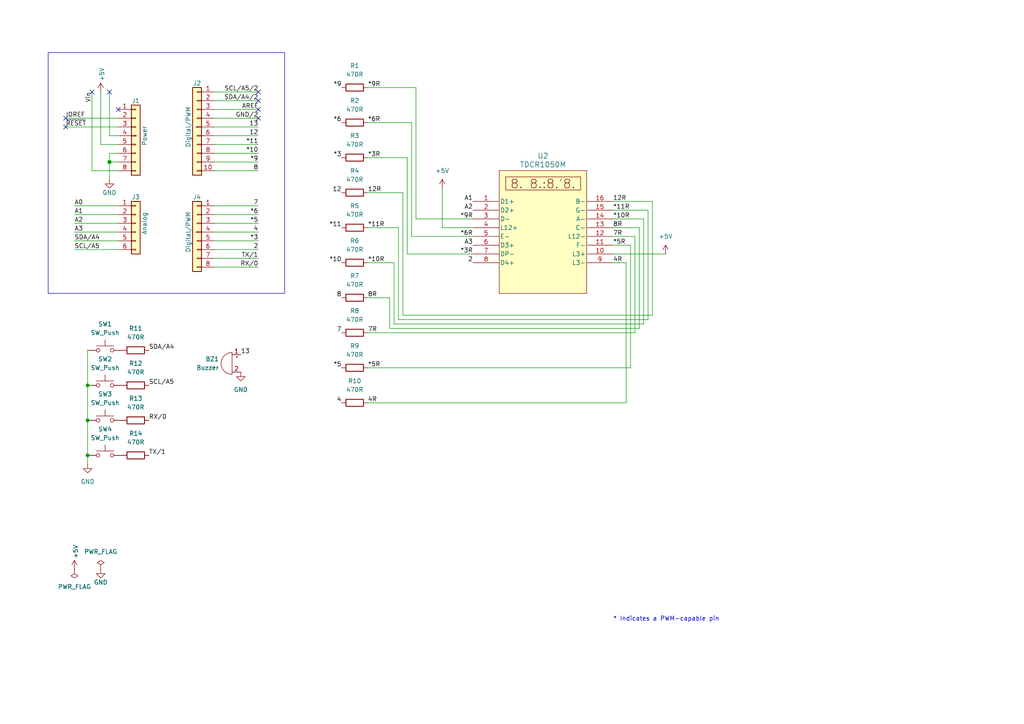
<source format=kicad_sch>
(kicad_sch (version 20250114) (generator "eeschema") (generator_version "9.0")
  (paper "A4")
  (title_block (date "mar. 31 mars 2015"))
  (lib_symbols
    (symbol "Connector_Generic:Conn_01x06" (pin_names (offset 1.016) (hide yes))
      (property "Reference" "J" (at 0 7.62 0))
      (property "Value" "Conn_01x06" (at 0 -10.16 0))
      (symbol "Conn_01x06_1_1"
        (rectangle (start -1.27 6.35) (end 1.27 -8.89) (stroke (width 0.254)) (fill (type background)))
        (rectangle (start -1.27 5.207) (end 0 4.953) (stroke (width 0.1524)))
        (rectangle (start -1.27 2.667) (end 0 2.413) (stroke (width 0.1524)))
        (rectangle (start -1.27 0.127) (end 0 -0.127) (stroke (width 0.1524)))
        (rectangle (start -1.27 -2.413) (end 0 -2.667) (stroke (width 0.1524)))
        (rectangle (start -1.27 -4.953) (end 0 -5.207) (stroke (width 0.1524)))
        (rectangle (start -1.27 -7.493) (end 0 -7.747) (stroke (width 0.1524)))
        (pin passive line (at -5.08 5.08 0) (length 3.81) (name "Pin_1") (number "1"))
        (pin passive line (at -5.08 2.54 0) (length 3.81) (name "Pin_2") (number "2"))
        (pin passive line (at -5.08 0 0) (length 3.81) (name "Pin_3") (number "3"))
        (pin passive line (at -5.08 -2.54 0) (length 3.81) (name "Pin_4") (number "4"))
        (pin passive line (at -5.08 -5.08 0) (length 3.81) (name "Pin_5") (number "5"))
        (pin passive line (at -5.08 -7.62 0) (length 3.81) (name "Pin_6") (number "6"))
      )
    )
    (symbol "Connector_Generic:Conn_01x08" (pin_names (offset 1.016) (hide yes))
      (property "Reference" "J" (at 0 10.16 0))
      (property "Value" "Conn_01x08" (at 0 -12.7 0))
      (symbol "Conn_01x08_1_1"
        (rectangle (start -1.27 8.89) (end 1.27 -11.43) (stroke (width 0.254)) (fill (type background)))
        (rectangle (start -1.27 7.747) (end 0 7.493) (stroke (width 0.1524)))
        (rectangle (start -1.27 5.207) (end 0 4.953) (stroke (width 0.1524)))
        (rectangle (start -1.27 2.667) (end 0 2.413) (stroke (width 0.1524)))
        (rectangle (start -1.27 0.127) (end 0 -0.127) (stroke (width 0.1524)))
        (rectangle (start -1.27 -2.413) (end 0 -2.667) (stroke (width 0.1524)))
        (rectangle (start -1.27 -4.953) (end 0 -5.207) (stroke (width 0.1524)))
        (rectangle (start -1.27 -7.493) (end 0 -7.747) (stroke (width 0.1524)))
        (rectangle (start -1.27 -10.033) (end 0 -10.287) (stroke (width 0.1524)))
        (pin passive line (at -5.08 7.62 0) (length 3.81) (name "Pin_1") (number "1"))
        (pin passive line (at -5.08 5.08 0) (length 3.81) (name "Pin_2") (number "2"))
        (pin passive line (at -5.08 2.54 0) (length 3.81) (name "Pin_3") (number "3"))
        (pin passive line (at -5.08 0 0) (length 3.81) (name "Pin_4") (number "4"))
        (pin passive line (at -5.08 -2.54 0) (length 3.81) (name "Pin_5") (number "5"))
        (pin passive line (at -5.08 -5.08 0) (length 3.81) (name "Pin_6") (number "6"))
        (pin passive line (at -5.08 -7.62 0) (length 3.81) (name "Pin_7") (number "7"))
        (pin passive line (at -5.08 -10.16 0) (length 3.81) (name "Pin_8") (number "8"))
      )
    )
    (symbol "Connector_Generic:Conn_01x10" (pin_names (offset 1.016) (hide yes))
      (property "Reference" "J" (at 0 12.7 0))
      (property "Value" "Conn_01x10" (at 0 -15.24 0))
      (symbol "Conn_01x10_1_1"
        (rectangle (start -1.27 11.43) (end 1.27 -13.97) (stroke (width 0.254)) (fill (type background)))
        (rectangle (start -1.27 10.287) (end 0 10.033) (stroke (width 0.1524)))
        (rectangle (start -1.27 7.747) (end 0 7.493) (stroke (width 0.1524)))
        (rectangle (start -1.27 5.207) (end 0 4.953) (stroke (width 0.1524)))
        (rectangle (start -1.27 2.667) (end 0 2.413) (stroke (width 0.1524)))
        (rectangle (start -1.27 0.127) (end 0 -0.127) (stroke (width 0.1524)))
        (rectangle (start -1.27 -2.413) (end 0 -2.667) (stroke (width 0.1524)))
        (rectangle (start -1.27 -4.953) (end 0 -5.207) (stroke (width 0.1524)))
        (rectangle (start -1.27 -7.493) (end 0 -7.747) (stroke (width 0.1524)))
        (rectangle (start -1.27 -10.033) (end 0 -10.287) (stroke (width 0.1524)))
        (rectangle (start -1.27 -12.573) (end 0 -12.827) (stroke (width 0.1524)))
        (pin passive line (at -5.08 10.16 0) (length 3.81) (name "Pin_1") (number "1"))
        (pin passive line (at -5.08 7.62 0) (length 3.81) (name "Pin_2") (number "2"))
        (pin passive line (at -5.08 5.08 0) (length 3.81) (name "Pin_3") (number "3"))
        (pin passive line (at -5.08 2.54 0) (length 3.81) (name "Pin_4") (number "4"))
        (pin passive line (at -5.08 0 0) (length 3.81) (name "Pin_5") (number "5"))
        (pin passive line (at -5.08 -2.54 0) (length 3.81) (name "Pin_6") (number "6"))
        (pin passive line (at -5.08 -5.08 0) (length 3.81) (name "Pin_7") (number "7"))
        (pin passive line (at -5.08 -7.62 0) (length 3.81) (name "Pin_8") (number "8"))
        (pin passive line (at -5.08 -10.16 0) (length 3.81) (name "Pin_9") (number "9"))
        (pin passive line (at -5.08 -12.7 0) (length 3.81) (name "Pin_10") (number "10"))
      )
    )
    (symbol "Device:Buzzer" (pin_names (offset 0.0254) (hide yes))
      (property "Reference" "BZ" (at 3.81 1.27 0))
      (property "Value" "Buzzer" (at 3.81 -1.27 0))
      (symbol "Buzzer_0_1"
        (polyline (pts (xy -1.651 1.905) (xy -1.143 1.905)))
        (polyline (pts (xy -1.397 2.159) (xy -1.397 1.651)))
        (arc (start 0 3.175) (mid 3.1612 0) (end 0 -3.175))
        (polyline (pts (xy 0 3.175) (xy 0 -3.175)))
      )
      (symbol "Buzzer_1_1"
        (pin passive line (at -2.54 2.54 0) (length 2.54) (name "+") (number "1"))
        (pin passive line (at -2.54 -2.54 0) (length 2.54) (name "-") (number "2"))
      )
    )
    (symbol "Device:R" (pin_numbers (hide yes)) (pin_names (offset 0))
      (property "Reference" "R" (at 2.032 0 90))
      (property "Value" "R" (at 0 0 90))
      (symbol "R_0_1"
        (rectangle (start -1.016 -2.54) (end 1.016 2.54) (stroke (width 0.254)))
      )
      (symbol "R_1_1"
        (pin passive line (at 0 3.81 270) (length 1.27) (name "~") (number "1"))
        (pin passive line (at 0 -3.81 90) (length 1.27) (name "~") (number "2"))
      )
    )
    (symbol "Switch:SW_Push" (pin_numbers (hide yes)) (pin_names (offset 1.016) (hide yes))
      (property "Reference" "SW" (at 1.27 2.54 0))
      (property "Value" "SW_Push" (at 0 -1.524 0))
      (symbol "SW_Push_0_1"
        (circle (center -2.032 0) (radius 0.508))
        (polyline (pts (xy 0 1.27) (xy 0 3.048)))
        (circle (center 2.032 0) (radius 0.508))
        (polyline (pts (xy 2.54 1.27) (xy -2.54 1.27)))
        (pin passive line (at -5.08 0 0) (length 2.54) (name "1") (number "1"))
        (pin passive line (at 5.08 0 180) (length 2.54) (name "2") (number "2"))
      )
    )
    (symbol "TDCR1050M:TDCR1050M" (pin_names (offset 0.254))
      (property "Reference" "U" (at 0 21.844 0))
      (property "Value" "TDCR1050M" (at 0 19.304 0))
      (symbol "TDCR1050M_0_1"
        (rectangle (start -10.795 16.002) (end 10.922 12.192))
      )
      (symbol "TDCR1050M_1_1"
        (rectangle (start -12.7 17.78) (end 12.7 -17.78) (fill (type background)))
        (text "8. 8.:8.'8." (at 0 13.97 0) (effects (font (size 2.54 2.54))))
        (pin passive line (at -20.32 8.89 0) (length 7.62) (name "D1+") (number "1"))
        (pin passive line (at -20.32 6.35 0) (length 7.62) (name "D2+") (number "2"))
        (pin passive line (at -20.32 3.81 0) (length 7.62) (name "D-") (number "3"))
        (pin passive line (at -20.32 1.27 0) (length 7.62) (name "L12+") (number "4"))
        (pin passive line (at -20.32 -1.27 0) (length 7.62) (name "E-") (number "5"))
        (pin passive line (at -20.32 -3.81 0) (length 7.62) (name "D3+") (number "6"))
        (pin passive line (at -20.32 -6.35 0) (length 7.62) (name "DP-") (number "7"))
        (pin passive line (at -20.32 -8.89 0) (length 7.62) (name "D4+") (number "8"))
        (pin passive line (at 20.32 8.89 180) (length 7.62) (name "B-") (number "16"))
        (pin passive line (at 20.32 6.35 180) (length 7.62) (name "G-") (number "15"))
        (pin passive line (at 20.32 3.81 180) (length 7.62) (name "A-") (number "14"))
        (pin passive line (at 20.32 1.27 180) (length 7.62) (name "C-") (number "13"))
        (pin passive line (at 20.32 -1.27 180) (length 7.62) (name "L12-") (number "12"))
        (pin passive line (at 20.32 -3.81 180) (length 7.62) (name "F-") (number "11"))
        (pin passive line (at 20.32 -6.35 180) (length 7.62) (name "L3+") (number "10"))
        (pin passive line (at 20.32 -8.89 180) (length 7.62) (name "L3-") (number "9"))
      )
    )
    (symbol "power:+5V" (power) (pin_numbers (hide yes)) (pin_names (offset 0) (hide yes))
      (property "Value" "+5V" (at 0 3.556 0))
      (symbol "+5V_0_1"
        (polyline (pts (xy -0.762 1.27) (xy 0 2.54)))
        (polyline (pts (xy 0 2.54) (xy 0.762 1.27)))
        (polyline (pts (xy 0 0) (xy 0 2.54)))
      )
      (symbol "+5V_1_1"
        (pin power_in line (at 0 0 90) (length 0) (name "~") (number "1"))
      )
    )
    (symbol "power:GND" (power) (pin_numbers (hide yes)) (pin_names (offset 0) (hide yes))
      (property "Value" "GND" (at 0 -3.81 0))
      (symbol "GND_0_1"
        (polyline (pts (xy 0 0) (xy 0 -1.27) (xy 1.27 -1.27) (xy 0 -2.54) (xy -1.27 -1.27) (xy 0 -1.27)))
      )
      (symbol "GND_1_1"
        (pin power_in line (at 0 0 270) (length 0) (name "~") (number "1"))
      )
    )
    (symbol "power:PWR_FLAG" (power) (pin_numbers (hide yes)) (pin_names (offset 0) (hide yes))
      (property "Value" "PWR_FLAG" (at 0 3.81 0))
      (symbol "PWR_FLAG_0_0"
        (pin power_out line (at 0 0 90) (length 0) (name "~") (number "1"))
      )
      (symbol "PWR_FLAG_0_1"
        (polyline (pts (xy 0 0) (xy 0 1.27) (xy -1.016 1.905) (xy 0 2.54) (xy 1.016 1.905) (xy 0 1.27)))
      )
    )
  )
  (rectangle (start 13.97 15.24) (end 82.55 85.09))
  (text "* Indicates a PWM-capable pin" (at 177.8 180.34 0) (effects (font (size 1.27 1.27)) (justify left bottom)))
  (junction (at 25.4 111.76))
  (junction (at 31.75 46.99) (diameter 1.016))
  (junction (at 25.4 121.92))
  (junction (at 25.4 132.08))
  (no_connect (at 19.05 34.29))
  (no_connect (at 31.75 26.67))
  (no_connect (at 19.05 36.83))
  (no_connect (at 26.67 26.67))
  (no_connect (at 74.93 34.29))
  (no_connect (at 74.93 26.67))
  (no_connect (at 34.29 31.75))
  (no_connect (at 74.93 29.21))
  (no_connect (at 74.93 31.75))
  (wire (pts (xy 115.57 66.04) (xy 115.57 92.71)))
  (wire (pts (xy 62.23 77.47) (xy 74.93 77.47)))
  (wire (pts (xy 120.65 63.5) (xy 137.16 63.5)))
  (wire (pts (xy 116.84 91.44) (xy 189.23 91.44)))
  (wire (pts (xy 62.23 44.45) (xy 74.93 44.45)))
  (wire (pts (xy 62.23 26.67) (xy 74.93 26.67)))
  (wire (pts (xy 31.75 44.45) (xy 31.75 46.99)))
  (wire (pts (xy 21.59 72.39) (xy 34.29 72.39)))
  (wire (pts (xy 128.27 54.61) (xy 128.27 66.04)))
  (wire (pts (xy 106.68 116.84) (xy 181.61 116.84)))
  (wire (pts (xy 25.4 121.92) (xy 25.4 132.08)))
  (wire (pts (xy 189.23 58.42) (xy 177.8 58.42)))
  (wire (pts (xy 182.88 71.12) (xy 177.8 71.12)))
  (wire (pts (xy 106.68 35.56) (xy 119.38 35.56)))
  (wire (pts (xy 185.42 66.04) (xy 177.8 66.04)))
  (wire (pts (xy 31.75 46.99) (xy 31.75 52.07)))
  (wire (pts (xy 113.03 86.36) (xy 113.03 95.25)))
  (wire (pts (xy 106.68 106.68) (xy 182.88 106.68)))
  (wire (pts (xy 31.75 39.37) (xy 34.29 39.37)))
  (wire (pts (xy 29.21 41.91) (xy 34.29 41.91)))
  (wire (pts (xy 106.68 45.72) (xy 118.11 45.72)))
  (wire (pts (xy 29.21 26.67) (xy 29.21 41.91)))
  (wire (pts (xy 186.69 93.98) (xy 186.69 63.5)))
  (wire (pts (xy 62.23 36.83) (xy 74.93 36.83)))
  (wire (pts (xy 31.75 26.67) (xy 31.75 39.37)))
  (wire (pts (xy 62.23 59.69) (xy 74.93 59.69)))
  (wire (pts (xy 34.29 59.69) (xy 21.59 59.69)))
  (wire (pts (xy 62.23 39.37) (xy 74.93 39.37)))
  (wire (pts (xy 186.69 63.5) (xy 177.8 63.5)))
  (wire (pts (xy 62.23 62.23) (xy 74.93 62.23)))
  (wire (pts (xy 25.4 132.08) (xy 25.4 134.62)))
  (wire (pts (xy 181.61 76.2) (xy 177.8 76.2)))
  (wire (pts (xy 184.15 96.52) (xy 184.15 68.58)))
  (wire (pts (xy 118.11 73.66) (xy 137.16 73.66)))
  (wire (pts (xy 187.96 92.71) (xy 187.96 60.96)))
  (wire (pts (xy 62.23 46.99) (xy 74.93 46.99)))
  (wire (pts (xy 114.3 76.2) (xy 114.3 93.98)))
  (wire (pts (xy 62.23 67.31) (xy 74.93 67.31)))
  (wire (pts (xy 184.15 68.58) (xy 177.8 68.58)))
  (wire (pts (xy 189.23 91.44) (xy 189.23 58.42)))
  (wire (pts (xy 25.4 111.76) (xy 25.4 121.92)))
  (wire (pts (xy 19.05 34.29) (xy 34.29 34.29)))
  (wire (pts (xy 177.8 73.66) (xy 193.04 73.66)))
  (wire (pts (xy 187.96 60.96) (xy 177.8 60.96)))
  (wire (pts (xy 113.03 95.25) (xy 185.42 95.25)))
  (wire (pts (xy 119.38 35.56) (xy 119.38 68.58)))
  (wire (pts (xy 62.23 31.75) (xy 74.93 31.75)))
  (wire (pts (xy 34.29 64.77) (xy 21.59 64.77)))
  (wire (pts (xy 19.05 36.83) (xy 34.29 36.83)))
  (wire (pts (xy 106.68 25.4) (xy 120.65 25.4)))
  (wire (pts (xy 106.68 86.36) (xy 113.03 86.36)))
  (wire (pts (xy 34.29 46.99) (xy 31.75 46.99)))
  (wire (pts (xy 106.68 76.2) (xy 114.3 76.2)))
  (wire (pts (xy 118.11 45.72) (xy 118.11 73.66)))
  (wire (pts (xy 34.29 49.53) (xy 26.67 49.53)))
  (wire (pts (xy 21.59 62.23) (xy 34.29 62.23)))
  (wire (pts (xy 106.68 66.04) (xy 115.57 66.04)))
  (wire (pts (xy 106.68 96.52) (xy 184.15 96.52)))
  (wire (pts (xy 62.23 34.29) (xy 74.93 34.29)))
  (wire (pts (xy 34.29 44.45) (xy 31.75 44.45)))
  (wire (pts (xy 25.4 101.6) (xy 25.4 111.76)))
  (wire (pts (xy 62.23 41.91) (xy 74.93 41.91)))
  (wire (pts (xy 114.3 93.98) (xy 186.69 93.98)))
  (wire (pts (xy 182.88 71.12) (xy 182.88 106.68)))
  (wire (pts (xy 62.23 64.77) (xy 74.93 64.77)))
  (wire (pts (xy 106.68 55.88) (xy 116.84 55.88)))
  (wire (pts (xy 21.59 67.31) (xy 34.29 67.31)))
  (wire (pts (xy 119.38 68.58) (xy 137.16 68.58)))
  (wire (pts (xy 185.42 95.25) (xy 185.42 66.04)))
  (wire (pts (xy 128.27 66.04) (xy 137.16 66.04)))
  (wire (pts (xy 181.61 116.84) (xy 181.61 76.2)))
  (wire (pts (xy 62.23 29.21) (xy 74.93 29.21)))
  (wire (pts (xy 62.23 72.39) (xy 74.93 72.39)))
  (wire (pts (xy 62.23 69.85) (xy 74.93 69.85)))
  (wire (pts (xy 115.57 92.71) (xy 187.96 92.71)))
  (wire (pts (xy 116.84 55.88) (xy 116.84 91.44)))
  (wire (pts (xy 62.23 74.93) (xy 74.93 74.93)))
  (wire (pts (xy 26.67 49.53) (xy 26.67 26.67)))
  (wire (pts (xy 120.65 25.4) (xy 120.65 63.5)))
  (wire (pts (xy 34.29 69.85) (xy 21.59 69.85)))
  (wire (pts (xy 62.23 49.53) (xy 74.93 49.53)))
  (label "RX{slash}0" (at 74.93 77.47 180))
  (label "A2" (at 21.59 64.77 0))
  (label "4" (at 74.93 67.31 180))
  (label "A2" (at 137.16 60.96 180))
  (label "SCL{slash}A5" (at 43.18 111.76 0))
  (label "*11R" (at 106.68 66.04 0))
  (label "*3R" (at 106.68 45.72 0))
  (label "12" (at 99.06 55.88 180))
  (label "*3" (at 99.06 45.72 180))
  (label "*6R" (at 137.16 68.58 180))
  (label "2" (at 74.93 72.39 180))
  (label "A3" (at 21.59 67.31 0))
  (label "4R" (at 106.68 116.84 0))
  (label "13" (at 74.93 36.83 180))
  (label "12" (at 74.93 39.37 180))
  (label "7R" (at 177.8 68.58 0))
  (label "~{RESET}" (at 19.05 36.83 0))
  (label "TX{slash}1" (at 43.18 132.08 0))
  (label "A3" (at 137.16 71.12 180))
  (label "SDA{slash}A4" (at 43.18 101.6 0))
  (label "*10R" (at 177.8 63.5 0))
  (label "*10" (at 74.93 44.45 180))
  (label "*11" (at 99.06 66.04 180))
  (label "*9R" (at 106.68 25.4 0))
  (label "*5" (at 99.06 106.68 180))
  (label "*5R" (at 106.68 106.68 0))
  (label "*3R" (at 137.16 73.66 180))
  (label "2" (at 137.16 76.2 180))
  (label "7" (at 74.93 59.69 180))
  (label "SDA{slash}A4{slash}2" (at 74.93 29.21 180))
  (label "8" (at 74.93 49.53 180))
  (label "*11" (at 74.93 41.91 180))
  (label "*3" (at 74.93 69.85 180))
  (label "*10R" (at 106.68 76.2 0))
  (label "13" (at 69.85 102.87 0))
  (label "A1" (at 21.59 62.23 0))
  (label "TX{slash}1" (at 74.93 74.93 180))
  (label "8R" (at 177.8 66.04 0))
  (label "7R" (at 106.68 96.52 0))
  (label "A0" (at 21.59 59.69 0))
  (label "AREF" (at 74.93 31.75 180))
  (label "*6" (at 99.06 35.56 180))
  (label "12R" (at 106.68 55.88 0))
  (label "*10" (at 99.06 76.2 180))
  (label "A1" (at 137.16 58.42 180))
  (label "Vin" (at 26.67 26.67 270))
  (label "*6" (at 74.93 62.23 180))
  (label "*9" (at 99.06 25.4 180))
  (label "SCL{slash}A5{slash}2" (at 74.93 26.67 180))
  (label "*9" (at 74.93 46.99 180))
  (label "GND{slash}2" (at 74.93 34.29 180))
  (label "4" (at 99.06 116.84 180))
  (label "7" (at 99.06 96.52 180))
  (label "*6R" (at 106.68 35.56 0))
  (label "*5" (at 74.93 64.77 180))
  (label "IOREF" (at 19.05 34.29 0))
  (label "*11R" (at 177.8 60.96 0))
  (label "*5R" (at 177.8 71.12 0))
  (label "4R" (at 177.8 76.2 0))
  (label "12R" (at 177.8 58.42 0))
  (label "SDA{slash}A4" (at 21.59 69.85 0))
  (label "SCL{slash}A5" (at 21.59 72.39 0))
  (label "RX{slash}0" (at 43.18 121.92 0))
  (label "8R" (at 106.68 86.36 0))
  (label "*9R" (at 137.16 63.5 180))
  (label "8" (at 99.06 86.36 180))
  (symbol (lib_id "Connector_Generic:Conn_01x08") (at 39.37 39.37 0) (unit 1)
    (property "Reference" "J1" (at 39.37 29.21 0))
    (property "Value" "Power" (at 41.91 39.37 90))
    (property "Footprint" "Connector_PinHeader_2.54mm:PinHeader_1x08_P2.54mm_Vertical" (effects (hide yes)))
    (property "Datasheet" "~" (at 39.37 39.37 0))
    (property "Description" "Generic connector, single row, 01x08, script generated (kicad-library-utils/schlib/autogen/connector/)" (effects (hide yes)))
  )
  (symbol (lib_id "power:+5V") (at 29.21 26.67 0) (unit 1)
    (property "Reference" "#PWR02" (effects (hide yes)))
    (property "Value" "+5V" (at 29.5656 23.622 90) (effects (justify left)))
    (property "Description" "Power symbol creates a global label with name \"+5V\"" (effects (hide yes)))
  )
  (symbol (lib_id "power:GND") (at 31.75 52.07 0) (unit 1)
    (property "Reference" "#PWR04" (effects (hide yes)))
    (property "Value" "GND" (at 31.75 55.88 0))
    (property "Description" "Power symbol creates a global label with name \"GND\" , ground" (effects (hide yes)))
  )
  (symbol (lib_id "Connector_Generic:Conn_01x10") (at 57.15 36.83 0) (mirror y) (unit 1)
    (property "Reference" "J2" (at 57.15 24.13 0))
    (property "Value" "Digital/PWM" (at 54.61 36.83 90))
    (property "Footprint" "Connector_PinHeader_2.54mm:PinHeader_1x10_P2.54mm_Vertical" (effects (hide yes)))
    (property "Datasheet" "~" (at 57.15 36.83 0))
    (property "Description" "Generic connector, single row, 01x10, script generated (kicad-library-utils/schlib/autogen/connector/)" (effects (hide yes)))
  )
  (symbol (lib_id "Connector_Generic:Conn_01x06") (at 39.37 64.77 0) (unit 1)
    (property "Reference" "J3" (at 39.37 57.15 0))
    (property "Value" "Analog" (at 41.91 64.77 90))
    (property "Footprint" "Connector_PinHeader_2.54mm:PinHeader_1x06_P2.54mm_Vertical" (effects (hide yes)))
    (property "Description" "Generic connector, single row, 01x06, script generated (kicad-library-utils/schlib/autogen/connector/)" (effects (hide yes)))
  )
  (symbol (lib_id "Connector_Generic:Conn_01x08") (at 57.15 67.31 0) (mirror y) (unit 1)
    (property "Reference" "J4" (at 57.15 57.15 0))
    (property "Value" "Digital/PWM" (at 54.61 67.31 90))
    (property "Footprint" "Connector_PinHeader_2.54mm:PinHeader_1x08_P2.54mm_Vertical" (effects (hide yes)))
    (property "Datasheet" "~" (at 57.15 67.31 0))
    (property "Description" "Generic connector, single row, 01x08, script generated (kicad-library-utils/schlib/autogen/connector/)" (effects (hide yes)))
  )
  (symbol (lib_id "Device:Buzzer") (at 67.31 105.41 0) (mirror y) (unit 1)
    (property "Reference" "BZ1" (at 63.5 104.1399 0) (effects (justify left)))
    (property "Value" "Buzzer" (at 63.5 106.6799 0) (effects (justify left)))
    (property "Footprint" "Buzzer_Beeper:Buzzer_15x7.5RM7.6" (effects (hide yes)))
    (property "Description" "Buzzer, polarized" (effects (hide yes)))
    (property "Zakup" "https://www.tme.eu/pl/details/lpb1475b-to-12/sygnalizatory-piezoelektr-z-generatorem/cre-sound-electronics/lpb1475b-to-12-4-0-7-6-r-lab/" (effects (hide yes)))
  )
  (symbol (lib_id "Device:R") (at 102.87 76.2 90) (unit 1)
    (property "Reference" "R6" (at 102.87 69.85 90))
    (property "Value" "470R" (at 102.87 72.39 90))
    (property "Footprint" "Resistor_SMD:R_1206_3216Metric_Pad1.30x1.75mm_HandSolder" (effects (hide yes)))
    (property "Datasheet" "https://www.tme.eu/Document/4f50d320a6ddacb273098f84373b6259/rezystor-smd.pdf" (effects (hide yes)))
    (property "Description" "Resistor" (effects (hide yes)))
    (property "Zakup" "https://www.tme.eu/pl/details/1206s4f4701t5e/rezystory-smd/royalohm/" (effects (hide yes)))
  )
  (symbol (lib_id "Switch:SW_Push") (at 30.48 132.08 0) (unit 1)
    (property "Reference" "SW4" (at 30.48 124.46 0))
    (property "Value" "SW_Push" (at 30.48 127 0))
    (property "Footprint" "Button_Switch_THT:SW_PUSH_6mm" (effects (hide yes)))
    (property "Datasheet" "https://www.tme.eu/Document/521ec939bc8752ba492c46e2b0122c58/1-1825910-4+layout.pdf" (effects (hide yes)))
    (property "Description" "Push button switch, generic, two pins" (effects (hide yes)))
    (property "Zakup" "https://www.tme.eu/pl/details/1-1825910-4/mikroprzelaczniki-tact/te-connectivity/" (effects (hide yes)))
  )
  (symbol (lib_id "TDCR1050M:TDCR1050M") (at 157.48 67.31 0) (unit 1)
    (property "Reference" "U2" (at 157.48 45.212 0) (effects (font (size 1.524 1.524))))
    (property "Value" "TDCR1050M" (at 157.48 47.752 0) (effects (font (size 1.524 1.524))))
    (property "Footprint" "footprints:TDCG1060M_VIS" (effects (hide yes)))
    (property "Datasheet" "https://www.vishay.com/doc?83180" (effects (hide yes)))
    (property "Zakup" "https://www.tme.eu/pl/details/tdcr1050m/wyswietlacze-led-7-segmentowe/vishay/" (effects (hide yes)))
  )
  (symbol (lib_id "Device:R") (at 39.37 111.76 90) (unit 1)
    (property "Reference" "R12" (at 39.37 105.41 90))
    (property "Value" "470R" (at 39.37 107.95 90))
    (property "Footprint" "Resistor_SMD:R_1206_3216Metric_Pad1.30x1.75mm_HandSolder" (effects (hide yes)))
    (property "Datasheet" "https://www.tme.eu/Document/4f50d320a6ddacb273098f84373b6259/rezystor-smd.pdf" (effects (hide yes)))
    (property "Description" "Resistor" (effects (hide yes)))
    (property "Zakup" "https://www.tme.eu/pl/details/1206s4f4701t5e/rezystory-smd/royalohm/" (effects (hide yes)))
  )
  (symbol (lib_id "Device:R") (at 102.87 45.72 90) (unit 1)
    (property "Reference" "R3" (at 102.87 39.37 90))
    (property "Value" "470R" (at 102.87 41.91 90))
    (property "Footprint" "Resistor_SMD:R_1206_3216Metric_Pad1.30x1.75mm_HandSolder" (effects (hide yes)))
    (property "Datasheet" "https://www.tme.eu/Document/4f50d320a6ddacb273098f84373b6259/rezystor-smd.pdf" (effects (hide yes)))
    (property "Description" "Resistor" (effects (hide yes)))
    (property "Zakup" "https://www.tme.eu/pl/details/1206s4f4701t5e/rezystory-smd/royalohm/" (effects (hide yes)))
  )
  (symbol (lib_id "power:PWR_FLAG") (at 21.59 165.1 180) (unit 1)
    (property "Reference" "#FLG01" (effects (hide yes)))
    (property "Value" "PWR_FLAG" (at 21.59 170.18 0))
    (property "Description" "Special symbol for telling ERC where power comes from" (effects (hide yes)))
  )
  (symbol (lib_id "power:+5V") (at 193.04 73.66 0) (unit 1)
    (property "Reference" "#PWR09" (effects (hide yes)))
    (property "Value" "+5V" (at 193.04 68.58 0))
    (property "Description" "Power symbol creates a global label with name \"+5V\"" (effects (hide yes)))
  )
  (symbol (lib_id "Switch:SW_Push") (at 30.48 111.76 0) (unit 1)
    (property "Reference" "SW2" (at 30.48 104.14 0))
    (property "Value" "SW_Push" (at 30.48 106.68 0))
    (property "Footprint" "Button_Switch_THT:SW_PUSH_6mm" (effects (hide yes)))
    (property "Datasheet" "https://www.tme.eu/Document/521ec939bc8752ba492c46e2b0122c58/1-1825910-4+layout.pdf" (effects (hide yes)))
    (property "Description" "Push button switch, generic, two pins" (effects (hide yes)))
    (property "Zakup" "https://www.tme.eu/pl/details/1-1825910-4/mikroprzelaczniki-tact/te-connectivity/" (effects (hide yes)))
  )
  (symbol (lib_id "Device:R") (at 102.87 35.56 90) (unit 1)
    (property "Reference" "R2" (at 102.87 29.21 90))
    (property "Value" "470R" (at 102.87 31.75 90))
    (property "Footprint" "Resistor_SMD:R_1206_3216Metric_Pad1.30x1.75mm_HandSolder" (effects (hide yes)))
    (property "Datasheet" "https://www.tme.eu/Document/4f50d320a6ddacb273098f84373b6259/rezystor-smd.pdf" (effects (hide yes)))
    (property "Description" "Resistor" (effects (hide yes)))
    (property "Zakup" "https://www.tme.eu/pl/details/1206s4f4701t5e/rezystory-smd/royalohm/" (effects (hide yes)))
  )
  (symbol (lib_id "power:+5V") (at 128.27 54.61 0) (unit 1)
    (property "Reference" "#PWR0103" (effects (hide yes)))
    (property "Value" "+5V" (at 128.27 49.53 0))
    (property "Description" "Power symbol creates a global label with name \"+5V\"" (effects (hide yes)))
  )
  (symbol (lib_id "power:+5V") (at 21.59 165.1 0) (unit 1)
    (property "Reference" "#PWR01" (effects (hide yes)))
    (property "Value" "+5V" (at 21.9456 162.052 90) (effects (justify left)))
    (property "Description" "Power symbol creates a global label with name \"+5V\"" (effects (hide yes)))
  )
  (symbol (lib_id "Device:R") (at 102.87 116.84 90) (unit 1)
    (property "Reference" "R10" (at 102.87 110.49 90))
    (property "Value" "470R" (at 102.87 113.03 90))
    (property "Footprint" "Resistor_SMD:R_1206_3216Metric_Pad1.30x1.75mm_HandSolder" (effects (hide yes)))
    (property "Datasheet" "https://www.tme.eu/Document/4f50d320a6ddacb273098f84373b6259/rezystor-smd.pdf" (effects (hide yes)))
    (property "Description" "Resistor" (effects (hide yes)))
    (property "Zakup" "https://www.tme.eu/pl/details/1206s4f4701t5e/rezystory-smd/royalohm/" (effects (hide yes)))
  )
  (symbol (lib_id "power:GND") (at 69.85 107.95 0) (mirror y) (unit 1)
    (property "Reference" "#PWR0102" (effects (hide yes)))
    (property "Value" "GND" (at 69.85 113.03 0))
    (property "Description" "Power symbol creates a global label with name \"GND\" , ground" (effects (hide yes)))
  )
  (symbol (lib_id "Device:R") (at 39.37 101.6 90) (unit 1)
    (property "Reference" "R11" (at 39.37 95.25 90))
    (property "Value" "470R" (at 39.37 97.79 90))
    (property "Footprint" "Resistor_SMD:R_1206_3216Metric_Pad1.30x1.75mm_HandSolder" (effects (hide yes)))
    (property "Datasheet" "https://www.tme.eu/Document/4f50d320a6ddacb273098f84373b6259/rezystor-smd.pdf" (effects (hide yes)))
    (property "Description" "Resistor" (effects (hide yes)))
    (property "Zakup" "https://www.tme.eu/pl/details/1206s4f4701t5e/rezystory-smd/royalohm/" (effects (hide yes)))
  )
  (symbol (lib_id "Switch:SW_Push") (at 30.48 101.6 0) (unit 1)
    (property "Reference" "SW1" (at 30.48 93.98 0))
    (property "Value" "SW_Push" (at 30.48 96.52 0))
    (property "Footprint" "Button_Switch_THT:SW_PUSH_6mm" (effects (hide yes)))
    (property "Datasheet" "https://www.tme.eu/Document/521ec939bc8752ba492c46e2b0122c58/1-1825910-4+layout.pdf" (effects (hide yes)))
    (property "Description" "Push button switch, generic, two pins" (effects (hide yes)))
    (property "Zakup" "https://www.tme.eu/pl/details/1-1825910-4/mikroprzelaczniki-tact/te-connectivity/" (effects (hide yes)))
  )
  (symbol (lib_id "Switch:SW_Push") (at 30.48 121.92 0) (unit 1)
    (property "Reference" "SW3" (at 30.48 114.3 0))
    (property "Value" "SW_Push" (at 30.48 116.84 0))
    (property "Footprint" "Button_Switch_THT:SW_PUSH_6mm" (effects (hide yes)))
    (property "Datasheet" "https://www.tme.eu/Document/521ec939bc8752ba492c46e2b0122c58/1-1825910-4+layout.pdf" (effects (hide yes)))
    (property "Description" "Push button switch, generic, two pins" (effects (hide yes)))
    (property "Zakup" "https://www.tme.eu/pl/details/1-1825910-4/mikroprzelaczniki-tact/te-connectivity/" (effects (hide yes)))
  )
  (symbol (lib_id "power:PWR_FLAG") (at 29.21 165.1 0) (unit 1)
    (property "Reference" "#FLG02" (effects (hide yes)))
    (property "Value" "PWR_FLAG" (at 29.21 160.02 0))
    (property "Description" "Special symbol for telling ERC where power comes from" (effects (hide yes)))
  )
  (symbol (lib_id "Device:R") (at 39.37 132.08 90) (unit 1)
    (property "Reference" "R14" (at 39.37 125.73 90))
    (property "Value" "470R" (at 39.37 128.27 90))
    (property "Footprint" "Resistor_SMD:R_1206_3216Metric_Pad1.30x1.75mm_HandSolder" (effects (hide yes)))
    (property "Datasheet" "https://www.tme.eu/Document/4f50d320a6ddacb273098f84373b6259/rezystor-smd.pdf" (effects (hide yes)))
    (property "Description" "Resistor" (effects (hide yes)))
    (property "Zakup" "https://www.tme.eu/pl/details/1206s4f4701t5e/rezystory-smd/royalohm/" (effects (hide yes)))
  )
  (symbol (lib_id "Device:R") (at 102.87 96.52 90) (unit 1)
    (property "Reference" "R8" (at 102.87 90.17 90))
    (property "Value" "470R" (at 102.87 92.71 90))
    (property "Footprint" "Resistor_SMD:R_1206_3216Metric_Pad1.30x1.75mm_HandSolder" (effects (hide yes)))
    (property "Datasheet" "https://www.tme.eu/Document/4f50d320a6ddacb273098f84373b6259/rezystor-smd.pdf" (effects (hide yes)))
    (property "Description" "Resistor" (effects (hide yes)))
    (property "Zakup" "https://www.tme.eu/pl/details/1206s4f4701t5e/rezystory-smd/royalohm/" (effects (hide yes)))
  )
  (symbol (lib_id "Device:R") (at 102.87 66.04 90) (unit 1)
    (property "Reference" "R5" (at 102.87 59.69 90))
    (property "Value" "470R" (at 102.87 62.23 90))
    (property "Footprint" "Resistor_SMD:R_1206_3216Metric_Pad1.30x1.75mm_HandSolder" (effects (hide yes)))
    (property "Datasheet" "https://www.tme.eu/Document/4f50d320a6ddacb273098f84373b6259/rezystor-smd.pdf" (effects (hide yes)))
    (property "Description" "Resistor" (effects (hide yes)))
    (property "Zakup" "https://www.tme.eu/pl/details/1206s4f4701t5e/rezystory-smd/royalohm/" (effects (hide yes)))
  )
  (symbol (lib_id "power:GND") (at 29.21 165.1 0) (unit 1)
    (property "Reference" "#PWR03" (effects (hide yes)))
    (property "Value" "GND" (at 29.21 168.91 0))
    (property "Description" "Power symbol creates a global label with name \"GND\" , ground" (effects (hide yes)))
  )
  (symbol (lib_id "Device:R") (at 102.87 55.88 90) (unit 1)
    (property "Reference" "R4" (at 102.87 49.53 90))
    (property "Value" "470R" (at 102.87 52.07 90))
    (property "Footprint" "Resistor_SMD:R_1206_3216Metric_Pad1.30x1.75mm_HandSolder" (effects (hide yes)))
    (property "Datasheet" "https://www.tme.eu/Document/4f50d320a6ddacb273098f84373b6259/rezystor-smd.pdf" (effects (hide yes)))
    (property "Description" "Resistor" (effects (hide yes)))
    (property "Zakup" "https://www.tme.eu/pl/details/1206s4f4701t5e/rezystory-smd/royalohm/" (effects (hide yes)))
  )
  (symbol (lib_id "Device:R") (at 102.87 106.68 90) (unit 1)
    (property "Reference" "R9" (at 102.87 100.33 90))
    (property "Value" "470R" (at 102.87 102.87 90))
    (property "Footprint" "Resistor_SMD:R_1206_3216Metric_Pad1.30x1.75mm_HandSolder" (effects (hide yes)))
    (property "Datasheet" "https://www.tme.eu/Document/4f50d320a6ddacb273098f84373b6259/rezystor-smd.pdf" (effects (hide yes)))
    (property "Description" "Resistor" (effects (hide yes)))
    (property "Zakup" "https://www.tme.eu/pl/details/1206s4f4701t5e/rezystory-smd/royalohm/" (effects (hide yes)))
  )
  (symbol (lib_id "Device:R") (at 39.37 121.92 90) (unit 1)
    (property "Reference" "R13" (at 39.37 115.57 90))
    (property "Value" "470R" (at 39.37 118.11 90))
    (property "Footprint" "Resistor_SMD:R_1206_3216Metric_Pad1.30x1.75mm_HandSolder" (effects (hide yes)))
    (property "Datasheet" "https://www.tme.eu/Document/4f50d320a6ddacb273098f84373b6259/rezystor-smd.pdf" (effects (hide yes)))
    (property "Description" "Resistor" (effects (hide yes)))
    (property "Zakup" "https://www.tme.eu/pl/details/1206s4f4701t5e/rezystory-smd/royalohm/" (effects (hide yes)))
  )
  (symbol (lib_id "Device:R") (at 102.87 25.4 90) (unit 1)
    (property "Reference" "R1" (at 102.87 19.05 90))
    (property "Value" "470R" (at 102.87 21.59 90))
    (property "Footprint" "Resistor_SMD:R_1206_3216Metric_Pad1.30x1.75mm_HandSolder" (effects (hide yes)))
    (property "Datasheet" "https://www.tme.eu/Document/4f50d320a6ddacb273098f84373b6259/rezystor-smd.pdf" (effects (hide yes)))
    (property "Description" "Resistor" (effects (hide yes)))
    (property "Zakup" "https://www.tme.eu/pl/details/1206s4f4701t5e/rezystory-smd/royalohm/" (effects (hide yes)))
  )
  (symbol (lib_id "power:GND") (at 25.4 134.62 0) (unit 1)
    (property "Reference" "#PWR06" (effects (hide yes)))
    (property "Value" "GND" (at 25.4 139.7 0))
    (property "Description" "Power symbol creates a global label with name \"GND\" , ground" (effects (hide yes)))
  )
  (symbol (lib_id "Device:R") (at 102.87 86.36 90) (unit 1)
    (property "Reference" "R7" (at 102.87 80.01 90))
    (property "Value" "470R" (at 102.87 82.55 90))
    (property "Footprint" "Resistor_SMD:R_1206_3216Metric_Pad1.30x1.75mm_HandSolder" (effects (hide yes)))
    (property "Datasheet" "https://www.tme.eu/Document/4f50d320a6ddacb273098f84373b6259/rezystor-smd.pdf" (effects (hide yes)))
    (property "Description" "Resistor" (effects (hide yes)))
    (property "Zakup" "https://www.tme.eu/pl/details/1206s4f4701t5e/rezystory-smd/royalohm/" (effects (hide yes)))
  )
)
</source>
